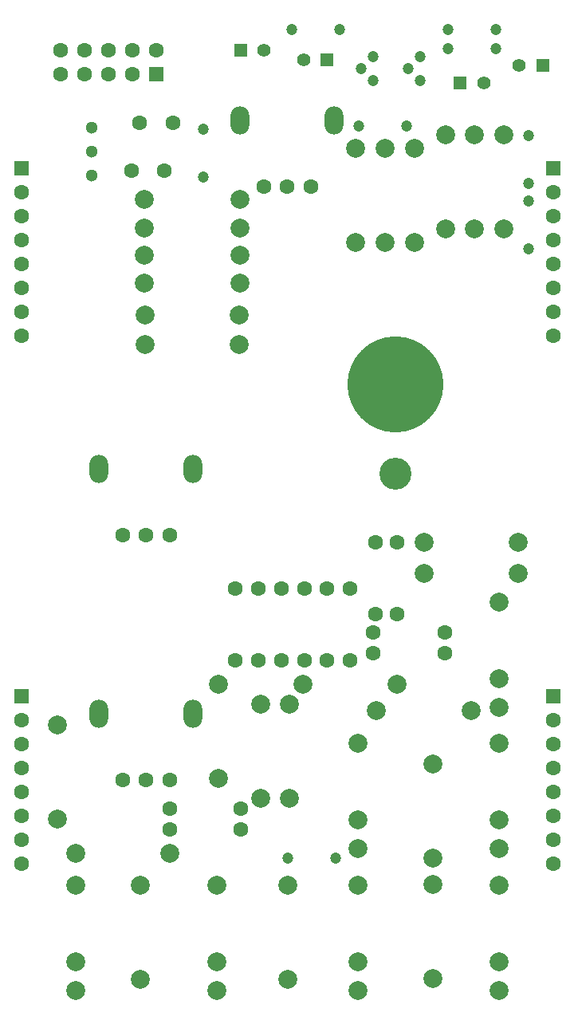
<source format=gts>
G04 #@! TF.GenerationSoftware,KiCad,Pcbnew,(5.0.0-rc2-dev)*
G04 #@! TF.CreationDate,2020-06-18T08:05:50+03:00*
G04 #@! TF.ProjectId,DIYVCO3C,44495956434F33432E6B696361645F70,rev?*
G04 #@! TF.SameCoordinates,PX1c9c380PY81b3200*
G04 #@! TF.FileFunction,Soldermask,Top*
G04 #@! TF.FilePolarity,Negative*
%FSLAX46Y46*%
G04 Gerber Fmt 4.6, Leading zero omitted, Abs format (unit mm)*
G04 Created by KiCad (PCBNEW (5.0.0-rc2-dev)) date Thu Jun 18 08:05:50 2020*
%MOMM*%
%LPD*%
G01*
G04 APERTURE LIST*
%ADD10C,10.200000*%
%ADD11C,1.200000*%
%ADD12C,2.000000*%
%ADD13C,1.600000*%
%ADD14C,1.300000*%
%ADD15C,1.400000*%
%ADD16R,1.400000X1.400000*%
%ADD17O,2.000000X3.000000*%
%ADD18R,1.600000X1.600000*%
%ADD19C,3.400000*%
G04 APERTURE END LIST*
D10*
X41000000Y67000000D03*
D11*
X43635000Y101770000D03*
X43635000Y99230000D03*
X42365000Y100500000D03*
X38635000Y101770000D03*
X38635000Y99230000D03*
X37365000Y100500000D03*
D12*
X54000000Y50200000D03*
X44000000Y50200000D03*
X24480000Y77700000D03*
X14320000Y77700000D03*
X14320000Y80700000D03*
X24480000Y80700000D03*
D13*
X12950000Y89650000D03*
X13850000Y94750000D03*
X16450000Y89650000D03*
X17350000Y94750000D03*
D14*
X8700000Y89160000D03*
X8700000Y91700000D03*
X8700000Y94240000D03*
D11*
X46560000Y102600000D03*
X51640000Y102600000D03*
X34640000Y16700000D03*
X29560000Y16700000D03*
D15*
X31250000Y101400000D03*
D16*
X33750000Y101400000D03*
X24550000Y102400000D03*
D15*
X27050000Y102400000D03*
D11*
X55100000Y88260000D03*
X55100000Y93340000D03*
X55100000Y86440000D03*
X55100000Y81360000D03*
X35040000Y104600000D03*
X29960000Y104600000D03*
D12*
X14320000Y86600000D03*
X24480000Y86600000D03*
X24480000Y83600000D03*
X14320000Y83600000D03*
X5100000Y20800000D03*
X5100000Y30800000D03*
D13*
X12000000Y25000000D03*
X14500000Y25000000D03*
X17000000Y25000000D03*
D17*
X9500000Y32000000D03*
X19500000Y32000000D03*
D12*
X13900000Y13800000D03*
X13900000Y3800000D03*
X29600000Y13800000D03*
X29600000Y3800000D03*
X22200000Y25100000D03*
X22200000Y35100000D03*
X14400000Y71200000D03*
X24400000Y71200000D03*
D17*
X34500000Y95000000D03*
X24500000Y95000000D03*
D13*
X32000000Y88000000D03*
X29500000Y88000000D03*
X27000000Y88000000D03*
D12*
X24400000Y74300000D03*
X14400000Y74300000D03*
X7000000Y17200000D03*
X17000000Y17200000D03*
X45000000Y3900000D03*
X45000000Y13900000D03*
X45000000Y26700000D03*
X45000000Y16700000D03*
D17*
X19500000Y58000000D03*
X9500000Y58000000D03*
D13*
X17000000Y51000000D03*
X14500000Y51000000D03*
X12000000Y51000000D03*
D12*
X46300000Y83500000D03*
X46300000Y93500000D03*
X49000000Y32300000D03*
X39000000Y32300000D03*
X29700000Y23000000D03*
X29700000Y33000000D03*
X44000000Y46900000D03*
X54000000Y46900000D03*
D13*
X17000000Y21900000D03*
X24600000Y21900000D03*
X26400000Y37700000D03*
X26400000Y45300000D03*
X17000000Y19700000D03*
X24600000Y19700000D03*
X24000000Y37700000D03*
X24000000Y45300000D03*
X36200000Y45300000D03*
X36200000Y37700000D03*
X33700000Y45300000D03*
X33700000Y37700000D03*
X38600000Y40600000D03*
X46200000Y40600000D03*
X28900000Y37700000D03*
X28900000Y45300000D03*
X38900000Y42600000D03*
X38900000Y50200000D03*
X38600000Y38400000D03*
X46200000Y38400000D03*
X31300000Y45300000D03*
X31300000Y37700000D03*
X41200000Y42600000D03*
X41200000Y50200000D03*
D18*
X15580000Y99930000D03*
D13*
X15580000Y102470000D03*
X13040000Y99930000D03*
X13040000Y102470000D03*
X10500000Y99930000D03*
X10500000Y102470000D03*
X7960000Y99930000D03*
X7960000Y102470000D03*
X5420000Y99930000D03*
X5420000Y102470000D03*
D12*
X22000000Y5698000D03*
X22000000Y13826000D03*
X22000000Y2650000D03*
X7000000Y2650000D03*
X7000000Y13826000D03*
X7000000Y5698000D03*
X37000000Y2650000D03*
X37000000Y13826000D03*
X37000000Y5698000D03*
X52000000Y5698000D03*
X52000000Y13826000D03*
X52000000Y2650000D03*
X52000000Y20698000D03*
X52000000Y28826000D03*
X52000000Y17650000D03*
X37000000Y20698000D03*
X37000000Y28826000D03*
X37000000Y17650000D03*
X52000000Y32650000D03*
X52000000Y43826000D03*
X52000000Y35698000D03*
D13*
X1250000Y87350000D03*
D18*
X1250000Y89890000D03*
D13*
X1250000Y84810000D03*
X1250000Y82270000D03*
X1250000Y79730000D03*
X1250000Y77190000D03*
X1250000Y74650000D03*
X1250000Y72110000D03*
X57750000Y87350000D03*
D18*
X57750000Y89890000D03*
D13*
X57750000Y84810000D03*
X57750000Y82270000D03*
X57750000Y79730000D03*
X57750000Y77190000D03*
X57750000Y74650000D03*
X57750000Y72110000D03*
X1250000Y16110000D03*
X1250000Y18650000D03*
X1250000Y21190000D03*
X1250000Y23730000D03*
X1250000Y26270000D03*
X1250000Y28810000D03*
D18*
X1250000Y33890000D03*
D13*
X1250000Y31350000D03*
X57750000Y16110000D03*
X57750000Y18650000D03*
X57750000Y21190000D03*
X57750000Y23730000D03*
X57750000Y26270000D03*
X57750000Y28810000D03*
D18*
X57750000Y33890000D03*
D13*
X57750000Y31350000D03*
D11*
X20600000Y88960000D03*
X20600000Y94040000D03*
X46560000Y104600000D03*
X51640000Y104600000D03*
D16*
X56650000Y100800000D03*
D15*
X54150000Y100800000D03*
D11*
X37060000Y94400000D03*
X42140000Y94400000D03*
D16*
X47850000Y99000000D03*
D15*
X50350000Y99000000D03*
D12*
X49400000Y83500000D03*
X49400000Y93500000D03*
X52500000Y93500000D03*
X52500000Y83500000D03*
X36800000Y82000000D03*
X36800000Y92000000D03*
X39900000Y82000000D03*
X39900000Y92000000D03*
X43000000Y92000000D03*
X43000000Y82000000D03*
X31200000Y35100000D03*
X41200000Y35100000D03*
X26700000Y23000000D03*
X26700000Y33000000D03*
D19*
X41000000Y57500000D03*
M02*

</source>
